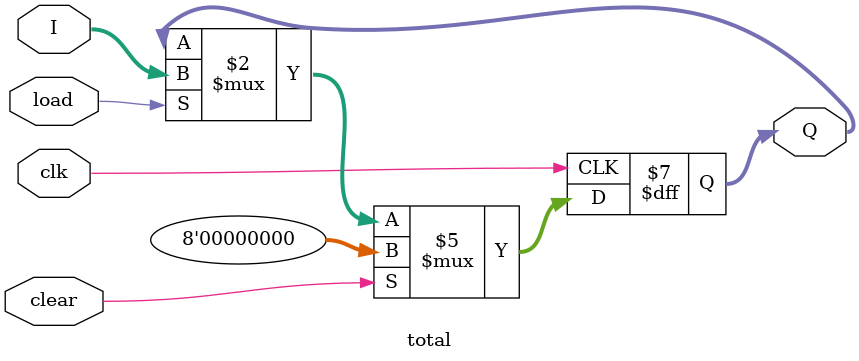
<source format=sv>
module total(clear,load,clk,I,Q);
	input 	logic 	clear;
	input 	logic 	load;
	input 	logic 	clk;
	input 	logic 	[7:0]I;
	output 	logic		[7:0]Q;
		
	always_ff@(posedge clk)
		begin
			if (clear)
				Q <= 0;
			else if (load)
				Q <= I;
		end
		
endmodule

</source>
